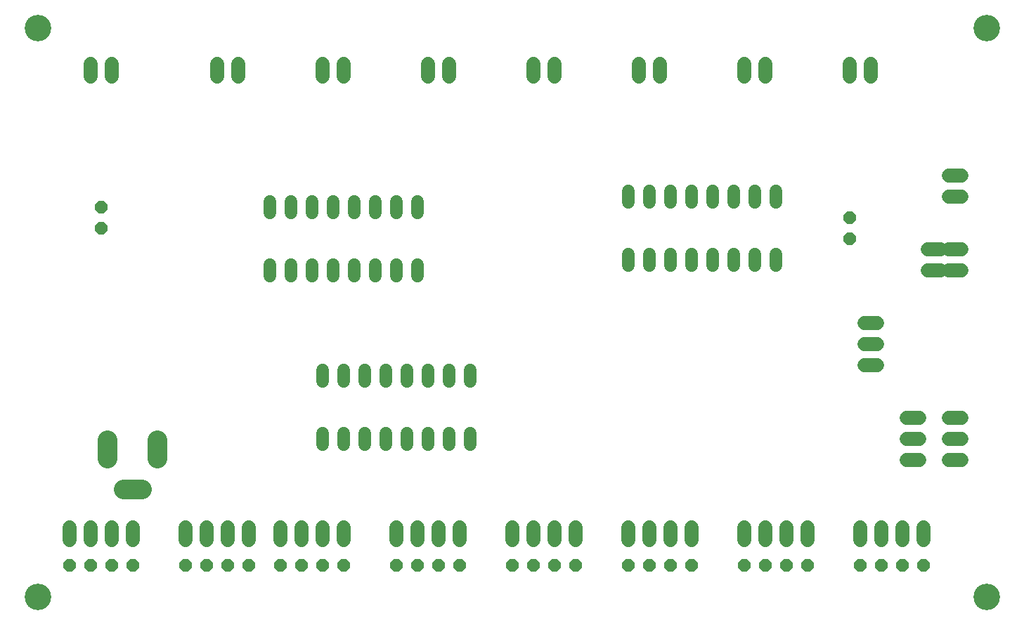
<source format=gbr>
G04 EAGLE Gerber RS-274X export*
G75*
%MOMM*%
%FSLAX34Y34*%
%LPD*%
%INSoldermask Bottom*%
%IPPOS*%
%AMOC8*
5,1,8,0,0,1.08239X$1,22.5*%
G01*
%ADD10C,3.203200*%
%ADD11C,1.727200*%
%ADD12P,1.649562X8X112.500000*%
%ADD13P,1.649562X8X292.500000*%
%ADD14C,1.524000*%
%ADD15P,1.649562X8X22.500000*%
%ADD16C,2.387600*%


D10*
X25400Y711200D03*
X1168400Y711200D03*
X1168400Y25400D03*
X25400Y25400D03*
D11*
X1122680Y419100D02*
X1137920Y419100D01*
X1137920Y444500D02*
X1122680Y444500D01*
X1122680Y241300D02*
X1137920Y241300D01*
X1137920Y215900D02*
X1122680Y215900D01*
X1122680Y190500D02*
X1137920Y190500D01*
X1087120Y241300D02*
X1071880Y241300D01*
X1071880Y215900D02*
X1087120Y215900D01*
X1087120Y190500D02*
X1071880Y190500D01*
D12*
X1003300Y457200D03*
X1003300Y482600D03*
D13*
X101600Y495300D03*
X101600Y469900D03*
D11*
X1021080Y355600D02*
X1036320Y355600D01*
X1036320Y330200D02*
X1021080Y330200D01*
X1021080Y304800D02*
X1036320Y304800D01*
X1097280Y419100D02*
X1112520Y419100D01*
X1112520Y444500D02*
X1097280Y444500D01*
D14*
X914400Y501396D02*
X914400Y514604D01*
X889000Y514604D02*
X889000Y501396D01*
X812800Y501396D02*
X812800Y514604D01*
X787400Y514604D02*
X787400Y501396D01*
X863600Y501396D02*
X863600Y514604D01*
X838200Y514604D02*
X838200Y501396D01*
X762000Y501396D02*
X762000Y514604D01*
X736600Y514604D02*
X736600Y501396D01*
X736600Y438404D02*
X736600Y425196D01*
X762000Y425196D02*
X762000Y438404D01*
X787400Y438404D02*
X787400Y425196D01*
X812800Y425196D02*
X812800Y438404D01*
X838200Y438404D02*
X838200Y425196D01*
X863600Y425196D02*
X863600Y438404D01*
X889000Y438404D02*
X889000Y425196D01*
X914400Y425196D02*
X914400Y438404D01*
X304800Y425704D02*
X304800Y412496D01*
X330200Y412496D02*
X330200Y425704D01*
X406400Y425704D02*
X406400Y412496D01*
X431800Y412496D02*
X431800Y425704D01*
X355600Y425704D02*
X355600Y412496D01*
X381000Y412496D02*
X381000Y425704D01*
X457200Y425704D02*
X457200Y412496D01*
X482600Y412496D02*
X482600Y425704D01*
X482600Y488696D02*
X482600Y501904D01*
X457200Y501904D02*
X457200Y488696D01*
X431800Y488696D02*
X431800Y501904D01*
X406400Y501904D02*
X406400Y488696D01*
X381000Y488696D02*
X381000Y501904D01*
X355600Y501904D02*
X355600Y488696D01*
X330200Y488696D02*
X330200Y501904D01*
X304800Y501904D02*
X304800Y488696D01*
D11*
X520700Y652780D02*
X520700Y668020D01*
X495300Y668020D02*
X495300Y652780D01*
X393700Y652780D02*
X393700Y668020D01*
X368300Y668020D02*
X368300Y652780D01*
X1028700Y652780D02*
X1028700Y668020D01*
X1003300Y668020D02*
X1003300Y652780D01*
X901700Y652780D02*
X901700Y668020D01*
X876300Y668020D02*
X876300Y652780D01*
X266700Y652780D02*
X266700Y668020D01*
X241300Y668020D02*
X241300Y652780D01*
X114300Y652780D02*
X114300Y668020D01*
X88900Y668020D02*
X88900Y652780D01*
X774700Y652780D02*
X774700Y668020D01*
X749300Y668020D02*
X749300Y652780D01*
X647700Y652780D02*
X647700Y668020D01*
X622300Y668020D02*
X622300Y652780D01*
D14*
X368300Y222504D02*
X368300Y209296D01*
X393700Y209296D02*
X393700Y222504D01*
X469900Y222504D02*
X469900Y209296D01*
X495300Y209296D02*
X495300Y222504D01*
X419100Y222504D02*
X419100Y209296D01*
X444500Y209296D02*
X444500Y222504D01*
X520700Y222504D02*
X520700Y209296D01*
X546100Y209296D02*
X546100Y222504D01*
X546100Y285496D02*
X546100Y298704D01*
X520700Y298704D02*
X520700Y285496D01*
X495300Y285496D02*
X495300Y298704D01*
X469900Y298704D02*
X469900Y285496D01*
X444500Y285496D02*
X444500Y298704D01*
X419100Y298704D02*
X419100Y285496D01*
X393700Y285496D02*
X393700Y298704D01*
X368300Y298704D02*
X368300Y285496D01*
D11*
X1016000Y109220D02*
X1016000Y93980D01*
X1041400Y93980D02*
X1041400Y109220D01*
X876300Y109220D02*
X876300Y93980D01*
X901700Y93980D02*
X901700Y109220D01*
X736600Y109220D02*
X736600Y93980D01*
X762000Y93980D02*
X762000Y109220D01*
X596900Y109220D02*
X596900Y93980D01*
X622300Y93980D02*
X622300Y109220D01*
X457200Y109220D02*
X457200Y93980D01*
X482600Y93980D02*
X482600Y109220D01*
X317500Y109220D02*
X317500Y93980D01*
X342900Y93980D02*
X342900Y109220D01*
X203200Y109220D02*
X203200Y93980D01*
X228600Y93980D02*
X228600Y109220D01*
X63500Y109220D02*
X63500Y93980D01*
X88900Y93980D02*
X88900Y109220D01*
X1092200Y109220D02*
X1092200Y93980D01*
X1066800Y93980D02*
X1066800Y109220D01*
X952500Y109220D02*
X952500Y93980D01*
X927100Y93980D02*
X927100Y109220D01*
X812800Y109220D02*
X812800Y93980D01*
X787400Y93980D02*
X787400Y109220D01*
X673100Y109220D02*
X673100Y93980D01*
X647700Y93980D02*
X647700Y109220D01*
X533400Y109220D02*
X533400Y93980D01*
X508000Y93980D02*
X508000Y109220D01*
X393700Y109220D02*
X393700Y93980D01*
X368300Y93980D02*
X368300Y109220D01*
X279400Y109220D02*
X279400Y93980D01*
X254000Y93980D02*
X254000Y109220D01*
X139700Y109220D02*
X139700Y93980D01*
X114300Y93980D02*
X114300Y109220D01*
D15*
X1016000Y63500D03*
X1041400Y63500D03*
X508000Y63500D03*
X533400Y63500D03*
X317500Y63500D03*
X342900Y63500D03*
X368300Y63500D03*
X393700Y63500D03*
X203200Y63500D03*
X228600Y63500D03*
X254000Y63500D03*
X279400Y63500D03*
X63500Y63500D03*
X88900Y63500D03*
X114300Y63500D03*
X139700Y63500D03*
X1066800Y63500D03*
X1092200Y63500D03*
X876300Y63500D03*
X901700Y63500D03*
X927100Y63500D03*
X952500Y63500D03*
X736600Y63500D03*
X762000Y63500D03*
X787400Y63500D03*
X812800Y63500D03*
X596900Y63500D03*
X622300Y63500D03*
X647700Y63500D03*
X673100Y63500D03*
X457200Y63500D03*
X482600Y63500D03*
D11*
X1122680Y508000D02*
X1137920Y508000D01*
X1137920Y533400D02*
X1122680Y533400D01*
D16*
X150622Y155200D02*
X128778Y155200D01*
X109700Y192278D02*
X109700Y214122D01*
X169700Y214122D02*
X169700Y192278D01*
M02*

</source>
